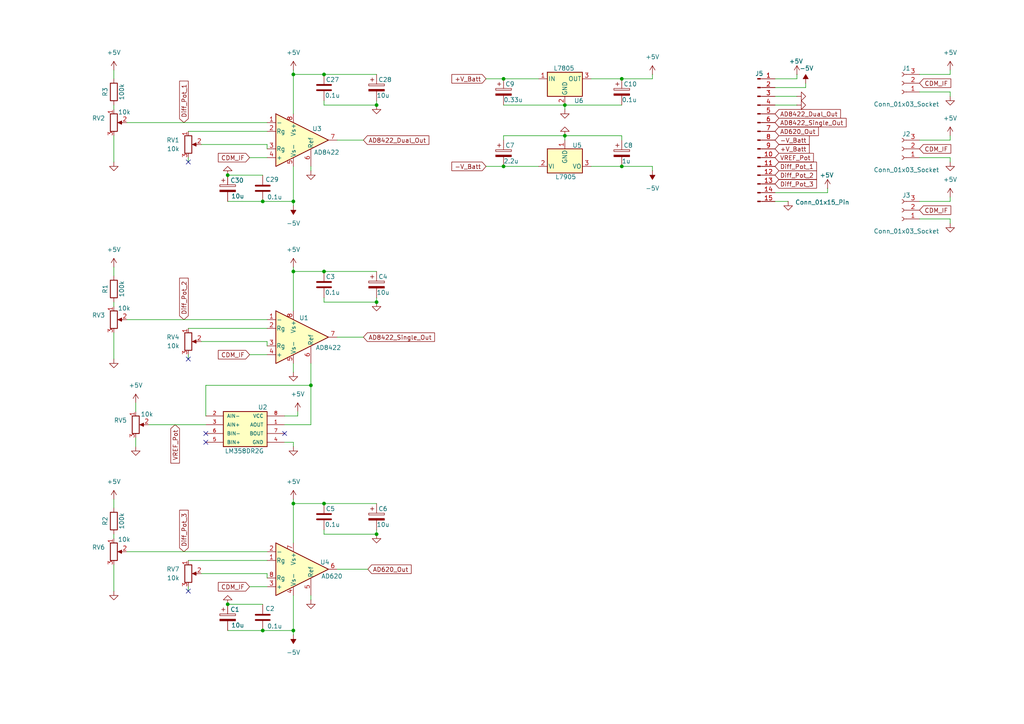
<source format=kicad_sch>
(kicad_sch (version 20231120) (generator "eeschema") (generator_version "8.0")
  (paper "A4")
  (title_block (title "Amplifier_Board") (rev "2") (company "Author: Mishay Naidoo"))
  (lib_symbols
    (symbol "Amplifier_Instrumentation:AD620" (pin_names (offset 0.127))
      (property "Reference" "U" (at 3.81 7.62 0))
      (property "Value" "AD620" (at 5.08 5.08 0))
      (symbol "AD620_0_1"
        (polyline (pts (xy -7.62 7.62) (xy -7.62 -7.62) (xy 7.62 0) (xy -7.62 7.62)) (stroke (width 0.254)) (fill (type background)))
      )
      (symbol "AD620_1_1"
        (pin passive line (at -10.16 2.54 0) (length 2.54) (name "Rg") (number "1"))
        (pin input line (at -10.16 5.08 0) (length 2.54) (name "-") (number "2"))
        (pin input line (at -10.16 -5.08 0) (length 2.54) (name "+") (number "3"))
        (pin power_in line (at -2.54 -7.62 90) (length 2.54) (name "Vs-") (number "4"))
        (pin passive line (at 2.54 -7.62 90) (length 5.08) (name "Ref") (number "5"))
        (pin output line (at 10.16 0 180) (length 2.54) (name "~") (number "6"))
        (pin power_in line (at -2.54 7.62 270) (length 2.54) (name "Vs+") (number "7"))
        (pin passive line (at -10.16 -2.54 0) (length 2.54) (name "Rg") (number "8"))
      )
    )
    (symbol "Amplifier_Instrumentation:AD8422" (pin_names (offset 0.127))
      (property "Reference" "U" (at 3.81 7.62 0))
      (property "Value" "AD8422" (at 3.81 5.08 0))
      (symbol "AD8422_0_1"
        (polyline (pts (xy -7.62 7.62) (xy -7.62 -7.62) (xy 7.62 0) (xy -7.62 7.62)) (stroke (width 0.254)) (fill (type background)))
      )
      (symbol "AD8422_1_1"
        (pin input line (at -10.16 5.08 0) (length 2.54) (name "-") (number "1"))
        (pin passive line (at -10.16 2.54 0) (length 2.54) (name "Rg") (number "2"))
        (pin passive line (at -10.16 -2.54 0) (length 2.54) (name "Rg") (number "3"))
        (pin input line (at -10.16 -5.08 0) (length 2.54) (name "+") (number "4"))
        (pin power_in line (at -2.54 -7.62 90) (length 2.54) (name "Vs-") (number "5"))
        (pin passive line (at 2.54 -7.62 90) (length 5.08) (name "Ref") (number "6"))
        (pin output line (at 10.16 0 180) (length 2.54) (name "~") (number "7"))
        (pin power_in line (at -2.54 7.62 270) (length 2.54) (name "Vs+") (number "8"))
      )
    )
    (symbol "Connector:Conn_01x03_Socket" (pin_names (offset 1.016) hide)
      (property "Reference" "J" (at 0 5.08 0))
      (property "Value" "Conn_01x03_Socket" (at 0 -5.08 0))
      (symbol "Conn_01x03_Socket_1_1"
        (arc (start 0 -2.032) (mid -0.5058 -2.54) (end 0 -3.048) (stroke (width 0.1524)))
        (polyline (pts (xy -1.27 -2.54) (xy -0.508 -2.54)) (stroke (width 0.1524)))
        (polyline (pts (xy -1.27 0) (xy -0.508 0)) (stroke (width 0.1524)))
        (polyline (pts (xy -1.27 2.54) (xy -0.508 2.54)) (stroke (width 0.1524)))
        (arc (start 0 0.508) (mid -0.5058 0) (end 0 -0.508) (stroke (width 0.1524)))
        (arc (start 0 3.048) (mid -0.5058 2.54) (end 0 2.032) (stroke (width 0.1524)))
        (pin passive line (at -5.08 2.54 0) (length 3.81) (name "Pin_1") (number "1"))
        (pin passive line (at -5.08 0 0) (length 3.81) (name "Pin_2") (number "2"))
        (pin passive line (at -5.08 -2.54 0) (length 3.81) (name "Pin_3") (number "3"))
      )
    )
    (symbol "Connector:Conn_01x15_Pin" (pin_names (offset 1.016) hide)
      (property "Reference" "J" (at 0 20.32 0))
      (property "Value" "Conn_01x15_Pin" (at 0 -20.32 0))
      (symbol "Conn_01x15_Pin_1_1"
        (polyline (pts (xy 1.27 -17.78) (xy 0.8636 -17.78)) (stroke (width 0.1524)))
        (polyline (pts (xy 1.27 -15.24) (xy 0.8636 -15.24)) (stroke (width 0.1524)))
        (polyline (pts (xy 1.27 -12.7) (xy 0.8636 -12.7)) (stroke (width 0.1524)))
        (polyline (pts (xy 1.27 -10.16) (xy 0.8636 -10.16)) (stroke (width 0.1524)))
        (polyline (pts (xy 1.27 -7.62) (xy 0.8636 -7.62)) (stroke (width 0.1524)))
        (polyline (pts (xy 1.27 -5.08) (xy 0.8636 -5.08)) (stroke (width 0.1524)))
        (polyline (pts (xy 1.27 -2.54) (xy 0.8636 -2.54)) (stroke (width 0.1524)))
        (polyline (pts (xy 1.27 0) (xy 0.8636 0)) (stroke (width 0.1524)))
        (polyline (pts (xy 1.27 2.54) (xy 0.8636 2.54)) (stroke (width 0.1524)))
        (polyline (pts (xy 1.27 5.08) (xy 0.8636 5.08)) (stroke (width 0.1524)))
        (polyline (pts (xy 1.27 7.62) (xy 0.8636 7.62)) (stroke (width 0.1524)))
        (polyline (pts (xy 1.27 10.16) (xy 0.8636 10.16)) (stroke (width 0.1524)))
        (polyline (pts (xy 1.27 12.7) (xy 0.8636 12.7)) (stroke (width 0.1524)))
        (polyline (pts (xy 1.27 15.24) (xy 0.8636 15.24)) (stroke (width 0.1524)))
        (polyline (pts (xy 1.27 17.78) (xy 0.8636 17.78)) (stroke (width 0.1524)))
        (rectangle (start 0.8636 -17.653) (end 0 -17.907) (stroke (width 0.1524)) (fill (type outline)))
        (rectangle (start 0.8636 -15.113) (end 0 -15.367) (stroke (width 0.1524)) (fill (type outline)))
        (rectangle (start 0.8636 -12.573) (end 0 -12.827) (stroke (width 0.1524)) (fill (type outline)))
        (rectangle (start 0.8636 -10.033) (end 0 -10.287) (stroke (width 0.1524)) (fill (type outline)))
        (rectangle (start 0.8636 -7.493) (end 0 -7.747) (stroke (width 0.1524)) (fill (type outline)))
        (rectangle (start 0.8636 -4.953) (end 0 -5.207) (stroke (width 0.1524)) (fill (type outline)))
        (rectangle (start 0.8636 -2.413) (end 0 -2.667) (stroke (width 0.1524)) (fill (type outline)))
        (rectangle (start 0.8636 0.127) (end 0 -0.127) (stroke (width 0.1524)) (fill (type outline)))
        (rectangle (start 0.8636 2.667) (end 0 2.413) (stroke (width 0.1524)) (fill (type outline)))
        (rectangle (start 0.8636 5.207) (end 0 4.953) (stroke (width 0.1524)) (fill (type outline)))
        (rectangle (start 0.8636 7.747) (end 0 7.493) (stroke (width 0.1524)) (fill (type outline)))
        (rectangle (start 0.8636 10.287) (end 0 10.033) (stroke (width 0.1524)) (fill (type outline)))
        (rectangle (start 0.8636 12.827) (end 0 12.573) (stroke (width 0.1524)) (fill (type outline)))
        (rectangle (start 0.8636 15.367) (end 0 15.113) (stroke (width 0.1524)) (fill (type outline)))
        (rectangle (start 0.8636 17.907) (end 0 17.653) (stroke (width 0.1524)) (fill (type outline)))
        (pin passive line (at 5.08 17.78 180) (length 3.81) (name "Pin_1") (number "1"))
        (pin passive line (at 5.08 -5.08 180) (length 3.81) (name "Pin_10") (number "10"))
        (pin passive line (at 5.08 -7.62 180) (length 3.81) (name "Pin_11") (number "11"))
        (pin passive line (at 5.08 -10.16 180) (length 3.81) (name "Pin_12") (number "12"))
        (pin passive line (at 5.08 -12.7 180) (length 3.81) (name "Pin_13") (number "13"))
        (pin passive line (at 5.08 -15.24 180) (length 3.81) (name "Pin_14") (number "14"))
        (pin passive line (at 5.08 -17.78 180) (length 3.81) (name "Pin_15") (number "15"))
        (pin passive line (at 5.08 15.24 180) (length 3.81) (name "Pin_2") (number "2"))
        (pin passive line (at 5.08 12.7 180) (length 3.81) (name "Pin_3") (number "3"))
        (pin passive line (at 5.08 10.16 180) (length 3.81) (name "Pin_4") (number "4"))
        (pin passive line (at 5.08 7.62 180) (length 3.81) (name "Pin_5") (number "5"))
        (pin passive line (at 5.08 5.08 180) (length 3.81) (name "Pin_6") (number "6"))
        (pin passive line (at 5.08 2.54 180) (length 3.81) (name "Pin_7") (number "7"))
        (pin passive line (at 5.08 0 180) (length 3.81) (name "Pin_8") (number "8"))
        (pin passive line (at 5.08 -2.54 180) (length 3.81) (name "Pin_9") (number "9"))
      )
    )
    (symbol "Device:C" (pin_numbers hide) (pin_names (offset 0.254))
      (property "Reference" "C" (at 0.635 2.54 0))
      (property "Value" "C" (at 0.635 -2.54 0))
      (symbol "C_0_1"
        (polyline (pts (xy -2.032 -0.762) (xy 2.032 -0.762)) (stroke (width 0.508)))
        (polyline (pts (xy -2.032 0.762) (xy 2.032 0.762)) (stroke (width 0.508)))
      )
      (symbol "C_1_1"
        (pin passive line (at 0 3.81 270) (length 2.794) (name "~") (number "1"))
        (pin passive line (at 0 -3.81 90) (length 2.794) (name "~") (number "2"))
      )
    )
    (symbol "Device:C_Polarized" (pin_numbers hide) (pin_names (offset 0.254))
      (property "Reference" "C" (at 0.635 2.54 0))
      (property "Value" "C_Polarized" (at 0.635 -2.54 0))
      (symbol "C_Polarized_0_1"
        (rectangle (start -2.286 0.508) (end 2.286 1.016))
        (polyline (pts (xy -1.778 2.286) (xy -0.762 2.286)))
        (polyline (pts (xy -1.27 2.794) (xy -1.27 1.778)))
        (rectangle (start 2.286 -0.508) (end -2.286 -1.016) (fill (type outline)))
      )
      (symbol "C_Polarized_1_1"
        (pin passive line (at 0 3.81 270) (length 2.794) (name "~") (number "1"))
        (pin passive line (at 0 -3.81 90) (length 2.794) (name "~") (number "2"))
      )
    )
    (symbol "Device:R" (pin_numbers hide) (pin_names (offset 0))
      (property "Reference" "R" (at 2.032 0 90))
      (property "Value" "R" (at 0 0 90))
      (symbol "R_0_1"
        (rectangle (start -1.016 -2.54) (end 1.016 2.54) (stroke (width 0.254)))
      )
      (symbol "R_1_1"
        (pin passive line (at 0 3.81 270) (length 1.27) (name "~") (number "1"))
        (pin passive line (at 0 -3.81 90) (length 1.27) (name "~") (number "2"))
      )
    )
    (symbol "Device:R_Potentiometer" (pin_names (offset 1.016) hide)
      (property "Reference" "RV" (at -4.445 0 90))
      (property "Value" "R_Potentiometer" (at -2.54 0 90))
      (symbol "R_Potentiometer_0_1"
        (polyline (pts (xy 2.54 0) (xy 1.524 0)))
        (polyline (pts (xy 1.143 0) (xy 2.286 0.508) (xy 2.286 -0.508) (xy 1.143 0)) (fill (type outline)))
        (rectangle (start 1.016 2.54) (end -1.016 -2.54) (stroke (width 0.254)))
      )
      (symbol "R_Potentiometer_1_1"
        (pin passive line (at 0 3.81 270) (length 1.27) (name "1") (number "1"))
        (pin passive line (at 3.81 0 180) (length 1.27) (name "2") (number "2"))
        (pin passive line (at 0 -3.81 90) (length 1.27) (name "3") (number "3"))
      )
    )
    (symbol "LM358DR2G:LM358DR2G" (pin_names (offset 1.016))
      (property "Reference" "U" (at -10.414 0.508 0))
      (property "Value" "LM358DR2G" (at -10.1775 -12.7219 0))
      (symbol "LM358DR2G_0_0"
        (pin output line (at 7.62 -3.81 180) (length 5.08) (name "AOUT") (number "1"))
        (pin input line (at -15.24 -1.27 0) (length 5.08) (name "AIN-") (number "2"))
        (pin input line (at -15.24 -3.81 0) (length 5.08) (name "AIN+") (number "3"))
        (pin passive line (at 7.62 -8.89 180) (length 5.08) (name "GND") (number "4"))
        (pin input line (at -15.24 -8.89 0) (length 5.08) (name "BIN+") (number "5"))
        (pin input line (at -15.24 -6.35 0) (length 5.08) (name "BIN-") (number "6"))
        (pin output line (at 7.62 -6.35 180) (length 5.08) (name "BOUT") (number "7"))
        (pin power_in line (at 7.62 -1.27 180) (length 5.08) (name "VCC") (number "8"))
      )
      (symbol "LM358DR2G_1_0"
        (rectangle (start -10.16 0) (end 2.54 -10.16) (stroke (width 0.254)) (fill (type background)))
      )
    )
    (symbol "Regulator_Linear:L7805" (pin_names (offset 0.254))
      (property "Reference" "U" (at -3.81 3.175 0))
      (property "Value" "L7805" (at 0 3.175 0))
      (symbol "L7805_0_1"
        (rectangle (start -5.08 1.905) (end 5.08 -5.08) (stroke (width 0.254)) (fill (type background)))
      )
      (symbol "L7805_1_1"
        (pin power_in line (at -7.62 0 0) (length 2.54) (name "IN") (number "1"))
        (pin power_in line (at 0 -7.62 90) (length 2.54) (name "GND") (number "2"))
        (pin power_out line (at 7.62 0 180) (length 2.54) (name "OUT") (number "3"))
      )
    )
    (symbol "Regulator_Linear:L7905" (pin_names (offset 0.254))
      (property "Reference" "U" (at -3.81 -3.175 0))
      (property "Value" "L7905" (at 0 -3.175 0))
      (symbol "L7905_0_1"
        (rectangle (start -5.08 5.08) (end 5.08 -1.905) (stroke (width 0.254)) (fill (type background)))
      )
      (symbol "L7905_1_1"
        (pin power_in line (at 0 7.62 270) (length 2.54) (name "GND") (number "1"))
        (pin power_in line (at -7.62 0 0) (length 2.54) (name "VI") (number "2"))
        (pin power_out line (at 7.62 0 180) (length 2.54) (name "VO") (number "3"))
      )
    )
    (symbol "power:+5V" (power) (pin_numbers hide) (pin_names (offset 0) hide)
      (property "Value" "+5V" (at 0 3.556 0))
      (symbol "+5V_0_1"
        (polyline (pts (xy -0.762 1.27) (xy 0 2.54)))
        (polyline (pts (xy 0 0) (xy 0 2.54)))
        (polyline (pts (xy 0 2.54) (xy 0.762 1.27)))
      )
      (symbol "+5V_1_1"
        (pin power_in line (at 0 0 90) (length 0) (name "~") (number "1"))
      )
    )
    (symbol "power:-5V" (power) (pin_numbers hide) (pin_names (offset 0) hide)
      (property "Value" "-5V" (at 0 3.556 0))
      (symbol "-5V_0_0"
        (pin power_in line (at 0 0 90) (length 0) (name "~") (number "1"))
      )
      (symbol "-5V_0_1"
        (polyline (pts (xy 0 0) (xy 0 1.27) (xy 0.762 1.27) (xy 0 2.54) (xy -0.762 1.27) (xy 0 1.27)) (fill (type outline)))
      )
    )
    (symbol "power:GND" (power) (pin_numbers hide) (pin_names (offset 0) hide)
      (property "Value" "GND" (at 0 -3.81 0))
      (symbol "GND_0_1"
        (polyline (pts (xy 0 0) (xy 0 -1.27) (xy 1.27 -1.27) (xy 0 -2.54) (xy -1.27 -1.27) (xy 0 -1.27)))
      )
      (symbol "GND_1_1"
        (pin power_in line (at 0 0 270) (length 0) (name "~") (number "1"))
      )
    )
  )
  (junction (at 163.83 39.37))
  (junction (at 66.04 175.26))
  (junction (at 93.98 146.05))
  (junction (at 163.83 30.48))
  (junction (at 146.05 22.86))
  (junction (at 109.22 154.94))
  (junction (at 93.98 78.74))
  (junction (at 85.09 182.88))
  (junction (at 85.09 58.42))
  (junction (at 76.2 182.88))
  (junction (at 93.98 21.59))
  (junction (at 85.09 78.74))
  (junction (at 66.04 50.8))
  (junction (at 85.09 21.59))
  (junction (at 180.34 22.86))
  (junction (at 85.09 146.05))
  (junction (at 109.22 30.48))
  (junction (at 180.34 48.26))
  (junction (at 90.17 111.76))
  (junction (at 109.22 87.63))
  (junction (at 146.05 48.26))
  (junction (at 76.2 58.42))
  (no_connect (at 54.61 104.14))
  (no_connect (at 59.69 128.27))
  (no_connect (at 54.61 46.99))
  (no_connect (at 59.69 125.73))
  (no_connect (at 82.55 125.73))
  (no_connect (at 54.61 171.45))
  (wire (pts (xy 97.79 97.79) (xy 105.41 97.79)))
  (wire (pts (xy 77.47 41.91) (xy 77.47 43.18)))
  (wire (pts (xy 76.2 58.42) (xy 85.09 58.42)))
  (wire (pts (xy 231.14 21.59) (xy 231.14 22.86)))
  (wire (pts (xy 275.59 45.72) (xy 266.7 45.72)))
  (wire (pts (xy 140.97 22.86) (xy 146.05 22.86)))
  (wire (pts (xy 266.7 58.42) (xy 275.59 58.42)))
  (wire (pts (xy 189.23 22.86) (xy 189.23 21.59)))
  (wire (pts (xy 85.09 182.88) (xy 85.09 184.15)))
  (wire (pts (xy 82.55 123.19) (xy 90.17 123.19)))
  (wire (pts (xy 54.61 38.1) (xy 77.47 38.1)))
  (wire (pts (xy 275.59 20.32) (xy 275.59 21.59)))
  (wire (pts (xy 85.09 105.41) (xy 85.09 107.95)))
  (wire (pts (xy 58.42 166.37) (xy 77.47 166.37)))
  (wire (pts (xy 146.05 30.48) (xy 163.83 30.48)))
  (wire (pts (xy 54.61 170.18) (xy 54.61 171.45)))
  (wire (pts (xy 77.47 166.37) (xy 77.47 167.64)))
  (wire (pts (xy 85.09 128.27) (xy 82.55 128.27)))
  (wire (pts (xy 171.45 22.86) (xy 180.34 22.86)))
  (wire (pts (xy 180.34 48.26) (xy 189.23 48.26)))
  (wire (pts (xy 275.59 57.15) (xy 275.59 58.42)))
  (wire (pts (xy 275.59 26.67) (xy 266.7 26.67)))
  (wire (pts (xy 43.18 123.19) (xy 59.69 123.19)))
  (wire (pts (xy 82.55 120.65) (xy 86.36 120.65)))
  (wire (pts (xy 76.2 182.88) (xy 85.09 182.88)))
  (wire (pts (xy 171.45 48.26) (xy 180.34 48.26)))
  (wire (pts (xy 90.17 123.19) (xy 90.17 111.76)))
  (wire (pts (xy 33.02 30.48) (xy 33.02 31.75)))
  (wire (pts (xy 275.59 27.94) (xy 275.59 26.67)))
  (wire (pts (xy 85.09 20.32) (xy 85.09 21.59)))
  (wire (pts (xy 36.83 92.71) (xy 77.47 92.71)))
  (wire (pts (xy 233.68 25.4) (xy 224.79 25.4)))
  (wire (pts (xy 36.83 35.56) (xy 77.47 35.56)))
  (wire (pts (xy 86.36 120.65) (xy 86.36 119.38)))
  (wire (pts (xy 146.05 48.26) (xy 156.21 48.26)))
  (wire (pts (xy 54.61 102.87) (xy 54.61 104.14)))
  (wire (pts (xy 66.04 175.26) (xy 76.2 175.26)))
  (wire (pts (xy 93.98 153.67) (xy 93.98 154.94)))
  (wire (pts (xy 33.02 77.47) (xy 33.02 80.01)))
  (wire (pts (xy 189.23 48.26) (xy 189.23 49.53)))
  (wire (pts (xy 33.02 163.83) (xy 33.02 171.45)))
  (wire (pts (xy 72.39 102.87) (xy 77.47 102.87)))
  (wire (pts (xy 66.04 50.8) (xy 76.2 50.8)))
  (wire (pts (xy 85.09 144.78) (xy 85.09 146.05)))
  (wire (pts (xy 93.98 30.48) (xy 109.22 30.48)))
  (wire (pts (xy 93.98 87.63) (xy 109.22 87.63)))
  (wire (pts (xy 97.79 40.64) (xy 105.41 40.64)))
  (wire (pts (xy 275.59 39.37) (xy 275.59 40.64)))
  (wire (pts (xy 224.79 22.86) (xy 231.14 22.86)))
  (wire (pts (xy 90.17 105.41) (xy 90.17 111.76)))
  (wire (pts (xy 85.09 21.59) (xy 85.09 33.02)))
  (wire (pts (xy 93.98 86.36) (xy 93.98 87.63)))
  (wire (pts (xy 77.47 99.06) (xy 77.47 100.33)))
  (wire (pts (xy 85.09 129.54) (xy 85.09 128.27)))
  (wire (pts (xy 233.68 24.13) (xy 233.68 25.4)))
  (wire (pts (xy 85.09 77.47) (xy 85.09 78.74)))
  (wire (pts (xy 33.02 87.63) (xy 33.02 88.9)))
  (wire (pts (xy 85.09 172.72) (xy 85.09 182.88)))
  (wire (pts (xy 240.03 54.61) (xy 240.03 55.88)))
  (wire (pts (xy 39.37 127) (xy 39.37 129.54)))
  (wire (pts (xy 146.05 39.37) (xy 163.83 39.37)))
  (wire (pts (xy 33.02 96.52) (xy 33.02 104.14)))
  (wire (pts (xy 59.69 111.76) (xy 90.17 111.76)))
  (wire (pts (xy 224.79 30.48) (xy 231.14 30.48)))
  (wire (pts (xy 93.98 154.94) (xy 109.22 154.94)))
  (wire (pts (xy 90.17 48.26) (xy 90.17 49.53)))
  (wire (pts (xy 39.37 116.84) (xy 39.37 119.38)))
  (wire (pts (xy 224.79 27.94) (xy 231.14 27.94)))
  (wire (pts (xy 59.69 120.65) (xy 59.69 111.76)))
  (wire (pts (xy 97.79 165.1) (xy 106.68 165.1)))
  (wire (pts (xy 275.59 64.77) (xy 275.59 63.5)))
  (wire (pts (xy 163.83 39.37) (xy 180.34 39.37)))
  (wire (pts (xy 163.83 39.37) (xy 163.83 40.64)))
  (wire (pts (xy 93.98 29.21) (xy 93.98 30.48)))
  (wire (pts (xy 85.09 58.42) (xy 85.09 59.69)))
  (wire (pts (xy 72.39 45.72) (xy 77.47 45.72)))
  (wire (pts (xy 109.22 154.94) (xy 109.22 153.67)))
  (wire (pts (xy 163.83 30.48) (xy 180.34 30.48)))
  (wire (pts (xy 224.79 58.42) (xy 228.6 58.42)))
  (wire (pts (xy 93.98 78.74) (xy 109.22 78.74)))
  (wire (pts (xy 54.61 95.25) (xy 77.47 95.25)))
  (wire (pts (xy 109.22 87.63) (xy 109.22 86.36)))
  (wire (pts (xy 54.61 162.56) (xy 77.47 162.56)))
  (wire (pts (xy 85.09 21.59) (xy 93.98 21.59)))
  (wire (pts (xy 266.7 21.59) (xy 275.59 21.59)))
  (wire (pts (xy 85.09 146.05) (xy 93.98 146.05)))
  (wire (pts (xy 33.02 20.32) (xy 33.02 22.86)))
  (wire (pts (xy 266.7 40.64) (xy 275.59 40.64)))
  (wire (pts (xy 180.34 22.86) (xy 189.23 22.86)))
  (wire (pts (xy 109.22 30.48) (xy 109.22 29.21)))
  (wire (pts (xy 163.83 30.48) (xy 163.83 31.75)))
  (wire (pts (xy 180.34 39.37) (xy 180.34 40.64)))
  (wire (pts (xy 146.05 40.64) (xy 146.05 39.37)))
  (wire (pts (xy 85.09 78.74) (xy 85.09 90.17)))
  (wire (pts (xy 90.17 172.72) (xy 90.17 173.99)))
  (wire (pts (xy 93.98 146.05) (xy 109.22 146.05)))
  (wire (pts (xy 66.04 182.88) (xy 76.2 182.88)))
  (wire (pts (xy 85.09 146.05) (xy 85.09 157.48)))
  (wire (pts (xy 58.42 41.91) (xy 77.47 41.91)))
  (wire (pts (xy 66.04 58.42) (xy 76.2 58.42)))
  (wire (pts (xy 85.09 48.26) (xy 85.09 58.42)))
  (wire (pts (xy 275.59 46.99) (xy 275.59 45.72)))
  (wire (pts (xy 240.03 55.88) (xy 224.79 55.88)))
  (wire (pts (xy 54.61 45.72) (xy 54.61 46.99)))
  (wire (pts (xy 93.98 21.59) (xy 109.22 21.59)))
  (wire (pts (xy 33.02 144.78) (xy 33.02 147.32)))
  (wire (pts (xy 85.09 78.74) (xy 93.98 78.74)))
  (wire (pts (xy 33.02 154.94) (xy 33.02 156.21)))
  (wire (pts (xy 140.97 48.26) (xy 146.05 48.26)))
  (wire (pts (xy 58.42 99.06) (xy 77.47 99.06)))
  (wire (pts (xy 36.83 160.02) (xy 77.47 160.02)))
  (wire (pts (xy 275.59 63.5) (xy 266.7 63.5)))
  (wire (pts (xy 146.05 22.86) (xy 156.21 22.86)))
  (wire (pts (xy 33.02 39.37) (xy 33.02 46.99)))
  (wire (pts (xy 72.39 170.18) (xy 77.47 170.18)))
  (global_label "Diff_Pot_2" (shape input) (at 224.79 50.8 0) (property "Intersheetrefs" "${INTERSHEET_REFS}" (effects (hide yes))))
  (global_label "AD8422_Dual_Out" (shape input) (at 224.79 33.02 0) (property "Intersheetrefs" "${INTERSHEET_REFS}" (effects (hide yes))))
  (global_label "AD8422_Single_Out" (shape input) (at 105.41 97.79 0) (property "Intersheetrefs" "${INTERSHEET_REFS}" (effects (hide yes))))
  (global_label "Diff_Pot_2" (shape input) (at 53.34 92.71 90) (property "Intersheetrefs" "${INTERSHEET_REFS}" (effects (hide yes))))
  (global_label "VREF_Pot" (shape input) (at 224.79 45.72 0) (property "Intersheetrefs" "${INTERSHEET_REFS}" (effects (hide yes))))
  (global_label "Diff_Pot_1" (shape input) (at 53.34 35.56 90) (property "Intersheetrefs" "${INTERSHEET_REFS}" (effects (hide yes))))
  (global_label "+V_Batt" (shape input) (at 224.79 43.18 0) (property "Intersheetrefs" "${INTERSHEET_REFS}" (effects (hide yes))))
  (global_label "AD8422_Dual_Out" (shape input) (at 105.41 40.64 0) (property "Intersheetrefs" "${INTERSHEET_REFS}" (effects (hide yes))))
  (global_label "CDM_IF" (shape input) (at 72.39 45.72 180) (property "Intersheetrefs" "${INTERSHEET_REFS}" (effects (hide yes))))
  (global_label "AD8422_Single_Out" (shape input) (at 224.79 35.56 0) (property "Intersheetrefs" "${INTERSHEET_REFS}" (effects (hide yes))))
  (global_label "VREF_Pot" (shape input) (at 50.8 123.19 270) (property "Intersheetrefs" "${INTERSHEET_REFS}" (effects (hide yes))))
  (global_label "CDM_IF" (shape input) (at 72.39 102.87 180) (property "Intersheetrefs" "${INTERSHEET_REFS}" (effects (hide yes))))
  (global_label "CDM_IF" (shape input) (at 72.39 170.18 180) (property "Intersheetrefs" "${INTERSHEET_REFS}" (effects (hide yes))))
  (global_label "+V_Batt" (shape input) (at 140.97 22.86 180) (property "Intersheetrefs" "${INTERSHEET_REFS}" (effects (hide yes))))
  (global_label "CDM_IF" (shape input) (at 266.7 24.13 0) (property "Intersheetrefs" "${INTERSHEET_REFS}" (effects (hide yes))))
  (global_label "Diff_Pot_3" (shape input) (at 53.34 160.02 90) (property "Intersheetrefs" "${INTERSHEET_REFS}" (effects (hide yes))))
  (global_label "Diff_Pot_3" (shape input) (at 224.79 53.34 0) (property "Intersheetrefs" "${INTERSHEET_REFS}" (effects (hide yes))))
  (global_label "-V_Batt" (shape input) (at 140.97 48.26 180) (property "Intersheetrefs" "${INTERSHEET_REFS}" (effects (hide yes))))
  (global_label "CDM_IF" (shape input) (at 266.7 43.18 0) (property "Intersheetrefs" "${INTERSHEET_REFS}" (effects (hide yes))))
  (global_label "Diff_Pot_1" (shape input) (at 224.79 48.26 0) (property "Intersheetrefs" "${INTERSHEET_REFS}" (effects (hide yes))))
  (global_label "AD620_Out" (shape input) (at 224.79 38.1 0) (property "Intersheetrefs" "${INTERSHEET_REFS}" (effects (hide yes))))
  (global_label "-V_Batt" (shape input) (at 224.79 40.64 0) (property "Intersheetrefs" "${INTERSHEET_REFS}" (effects (hide yes))))
  (global_label "CDM_IF" (shape input) (at 266.7 60.96 0) (property "Intersheetrefs" "${INTERSHEET_REFS}" (effects (hide yes))))
  (global_label "AD620_Out" (shape input) (at 106.68 165.1 0) (property "Intersheetrefs" "${INTERSHEET_REFS}" (effects (hide yes))))
  (symbol (lib_id "Device:C") (at 76.2 179.07 0) (unit 1)
    (property "Reference" "C2" (at 76.962 176.53 0) (effects (justify left)))
    (property "Value" "0.1u" (at 77.47 181.61 0) (effects (justify left)))
    (property "Description" "Unpolarized capacitor" (effects (hide yes)))
  )
  (symbol (lib_id "Device:C") (at 93.98 25.4 0) (unit 1)
    (property "Reference" "C27" (at 94.488 23.114 0) (effects (justify left)))
    (property "Value" "0.1u" (at 94.234 27.686 0) (effects (justify left)))
    (property "Description" "Unpolarized capacitor" (effects (hide yes)))
  )
  (symbol (lib_id "power:+5V") (at 275.59 39.37 0) (unit 1)
    (property "Reference" "#PWR030" (effects (hide yes)))
    (property "Value" "+5V" (at 275.59 34.29 0))
    (property "Description" "Power symbol creates a global label with name \"+5V\"" (effects (hide yes)))
  )
  (symbol (lib_id "power:GND") (at 85.09 129.54 0) (unit 1)
    (property "Reference" "#PWR09" (effects (hide yes)))
    (property "Value" "GND" (effects (hide yes)))
    (property "Description" "Power symbol creates a global label with name \"GND\" , ground" (effects (hide yes)))
  )
  (symbol (lib_id "Amplifier_Instrumentation:AD8422") (at 87.63 97.79 0) (unit 1)
    (property "Reference" "U1" (at 88.138 92.202 0))
    (property "Value" "AD8422" (at 95.25 100.838 0))
    (property "Footprint" "Package_SO:SOIC-8-1EP_3.9x4.9mm_P1.27mm_EP2.29x3mm" (effects (hide yes)))
    (property "Datasheet" "https://www.analog.com/media/en/technical-documentation/data-sheets/AD8422.pdf" (effects (hide yes)))
    (property "Description" "Single High Performance, Low Power, Rail-to-Rail Precision Instrumentation Amplifier, SOIC-8/MSOP-8" (effects (hide yes)))
    (property "LCSC_Number" "C49482" (effects (hide yes)))
  )
  (symbol (lib_id "power:GND") (at 90.17 173.99 0) (unit 1)
    (property "Reference" "#PWR025" (effects (hide yes)))
    (property "Value" "GND" (effects (hide yes)))
    (property "Description" "Power symbol creates a global label with name \"GND\" , ground" (effects (hide yes)))
  )
  (symbol (lib_id "Connector:Conn_01x03_Socket") (at 261.62 43.18 180) (unit 1)
    (property "Reference" "J2" (at 262.89 38.862 0))
    (property "Value" "Conn_01x03_Socket" (at 262.89 49.276 0))
    (property "Description" "Generic connector, single row, 01x03, script generated" (effects (hide yes)))
  )
  (symbol (lib_id "Connector:Conn_01x03_Socket") (at 261.62 24.13 180) (unit 1)
    (property "Reference" "J1" (at 262.89 19.812 0))
    (property "Value" "Conn_01x03_Socket" (at 262.89 30.226 0))
    (property "Description" "Generic connector, single row, 01x03, script generated" (effects (hide yes)))
  )
  (symbol (lib_id "power:GND") (at 66.04 175.26 180) (unit 1)
    (property "Reference" "#PWR014" (effects (hide yes)))
    (property "Value" "GND" (effects (hide yes)))
    (property "Description" "Power symbol creates a global label with name \"GND\" , ground" (effects (hide yes)))
  )
  (symbol (lib_id "Device:C_Polarized") (at 146.05 44.45 0) (unit 1)
    (property "Reference" "C7" (at 146.558 42.164 0) (effects (justify left)))
    (property "Value" "2.2u" (at 146.05 46.736 0) (effects (justify left)))
    (property "Description" "Polarized capacitor" (effects (hide yes)))
  )
  (symbol (lib_id "Device:R_Potentiometer") (at 33.02 92.71 0) (unit 1)
    (property "Reference" "RV3" (at 30.48 91.4399 0) (effects (justify right)))
    (property "Value" "10k" (at 37.846 89.408 0) (effects (justify right)))
    (property "Description" "Potentiometer" (effects (hide yes)))
  )
  (symbol (lib_id "power:GND") (at 33.02 104.14 0) (unit 1)
    (property "Reference" "#PWR02" (effects (hide yes)))
    (property "Value" "GND" (effects (hide yes)))
    (property "Description" "Power symbol creates a global label with name \"GND\" , ground" (effects (hide yes)))
  )
  (symbol (lib_id "Device:C") (at 76.2 54.61 0) (unit 1)
    (property "Reference" "C29" (at 76.962 52.07 0) (effects (justify left)))
    (property "Value" "0.1u" (at 77.47 57.15 0) (effects (justify left)))
    (property "Description" "Unpolarized capacitor" (effects (hide yes)))
  )
  (symbol (lib_id "Regulator_Linear:L7905") (at 163.83 48.26 0) (unit 1)
    (property "Reference" "U5" (at 167.386 42.164 0))
    (property "Value" "L7905" (at 164.084 51.308 0))
    (property "Footprint" "Package_TO_SOT_THT:TO-220-3_Vertical" (effects (hide yes)))
    (property "Datasheet" "http://www.st.com/content/ccc/resource/technical/document/datasheet/c9/16/86/41/c7/2b/45/f2/CD00000450.pdf/files/CD00000450.pdf/jcr:content/translations/en.CD00000450.pdf" (effects (hide yes)))
    (property "Description" "Negative 1.5A 35V Linear Regulator, Fixed Output -5V, TO-220/TO-263" (effects (hide yes)))
    (property "LCSC_Number" "C111884" (effects (hide yes)))
  )
  (symbol (lib_id "power:+5V") (at 275.59 20.32 0) (unit 1)
    (property "Reference" "#PWR015" (effects (hide yes)))
    (property "Value" "+5V" (at 275.59 15.24 0))
    (property "Description" "Power symbol creates a global label with name \"+5V\"" (effects (hide yes)))
  )
  (symbol (lib_id "power:GND") (at 33.02 171.45 0) (unit 1)
    (property "Reference" "#PWR012" (effects (hide yes)))
    (property "Value" "GND" (effects (hide yes)))
    (property "Description" "Power symbol creates a global label with name \"GND\" , ground" (effects (hide yes)))
  )
  (symbol (lib_id "power:GND") (at 231.14 30.48 90) (unit 1)
    (property "Reference" "#PWR037" (effects (hide yes)))
    (property "Value" "GND" (effects (hide yes)))
    (property "Description" "Power symbol creates a global label with name \"GND\" , ground" (effects (hide yes)))
  )
  (symbol (lib_id "power:+5V") (at 33.02 144.78 0) (unit 1)
    (property "Reference" "#PWR011" (effects (hide yes)))
    (property "Value" "+5V" (at 33.02 139.7 0))
    (property "Description" "Power symbol creates a global label with name \"+5V\"" (effects (hide yes)))
  )
  (symbol (lib_id "power:+5V") (at 189.23 21.59 0) (unit 1)
    (property "Reference" "#PWR013" (effects (hide yes)))
    (property "Value" "+5V" (at 189.23 16.51 0))
    (property "Description" "Power symbol creates a global label with name \"+5V\"" (effects (hide yes)))
  )
  (symbol (lib_id "Device:R_Potentiometer") (at 33.02 35.56 0) (unit 1)
    (property "Reference" "RV2" (at 30.48 34.2899 0) (effects (justify right)))
    (property "Value" "10k " (at 38.862 32.512 0) (effects (justify right)))
    (property "Description" "Potentiometer" (effects (hide yes)))
  )
  (symbol (lib_id "Device:C_Polarized") (at 66.04 179.07 0) (unit 1)
    (property "Reference" "C1" (at 66.802 176.784 0) (effects (justify left)))
    (property "Value" "10u" (at 67.056 181.356 0) (effects (justify left)))
    (property "Description" "Polarized capacitor" (effects (hide yes)))
  )
  (symbol (lib_id "Amplifier_Instrumentation:AD8422") (at 87.63 40.64 0) (unit 1)
    (property "Reference" "U3" (at 91.948 37.338 0))
    (property "Value" "AD8422" (at 94.742 44.196 0))
    (property "Footprint" "Package_SO:SOIC-8-1EP_3.9x4.9mm_P1.27mm_EP2.29x3mm" (effects (hide yes)))
    (property "Datasheet" "https://www.analog.com/media/en/technical-documentation/data-sheets/AD8422.pdf" (effects (hide yes)))
    (property "Description" "Single High Performance, Low Power, Rail-to-Rail Precision Instrumentation Amplifier, SOIC-8/MSOP-8" (effects (hide yes)))
    (property "LCSC_Number" "C49482" (effects (hide yes)))
  )
  (symbol (lib_id "power:+5V") (at 85.09 77.47 0) (unit 1)
    (property "Reference" "#PWR05" (effects (hide yes)))
    (property "Value" "+5V" (at 85.09 72.39 0))
    (property "Description" "Power symbol creates a global label with name \"+5V\"" (effects (hide yes)))
  )
  (symbol (lib_id "Device:R_Potentiometer") (at 54.61 41.91 0) (unit 1)
    (property "Reference" "RV1" (at 52.07 40.6399 0) (effects (justify right)))
    (property "Value" "10k" (at 52.07 43.1799 0) (effects (justify right)))
    (property "Description" "Potentiometer" (effects (hide yes)))
  )
  (symbol (lib_id "power:GND") (at 33.02 46.99 0) (unit 1)
    (property "Reference" "#PWR016" (effects (hide yes)))
    (property "Value" "GND" (effects (hide yes)))
    (property "Description" "Power symbol creates a global label with name \"GND\" , ground" (effects (hide yes)))
  )
  (symbol (lib_id "Amplifier_Instrumentation:AD620") (at 87.63 165.1 0) (unit 1)
    (property "Reference" "U4" (at 94.234 163.068 0))
    (property "Value" "AD620" (at 96.266 167.132 0))
    (property "Footprint" "Package_SO:SOIC-8-1EP_3.9x4.9mm_P1.27mm_EP2.29x3mm" (effects (hide yes)))
    (property "Datasheet" "https://www.analog.com/media/en/technical-documentation/data-sheets/AD620.pdf" (effects (hide yes)))
    (property "Description" "Low Cost, Low Power, Instrumentation Amplifier, DIP-8/SOIC-8" (effects (hide yes)))
    (property "LCSC_Number" "C253558" (effects (hide yes)))
  )
  (symbol (lib_id "Regulator_Linear:L7805") (at 163.83 22.86 0) (unit 1)
    (property "Reference" "U6" (at 167.894 29.21 0))
    (property "Value" "L7805" (at 163.576 19.812 0))
    (property "Footprint" "Package_TO_SOT_SMD:TO-252-2" (effects (hide yes)))
    (property "Datasheet" "http://www.st.com/content/ccc/resource/technical/document/datasheet/41/4f/b3/b0/12/d4/47/88/CD00000444.pdf/files/CD00000444.pdf/jcr:content/translations/en.CD00000444.pdf" (effects (hide yes)))
    (property "Description" "Positive 1.5A 35V Linear Regulator, Fixed Output 5V, TO-220/TO-263/TO-252" (effects (hide yes)))
    (property "LCSC_Number" "C58069" (effects (hide yes)))
  )
  (symbol (lib_id "power:+5V") (at 240.03 54.61 0) (unit 1)
    (property "Reference" "#PWR039" (effects (hide yes)))
    (property "Value" "+5V" (at 239.776 50.8 0))
    (property "Description" "Power symbol creates a global label with name \"+5V\"" (effects (hide yes)))
  )
  (symbol (lib_id "power:+5V") (at 33.02 77.47 0) (unit 1)
    (property "Reference" "#PWR01" (effects (hide yes)))
    (property "Value" "+5V" (at 33.02 72.39 0))
    (property "Description" "Power symbol creates a global label with name \"+5V\"" (effects (hide yes)))
  )
  (symbol (lib_id "power:+5V") (at 85.09 20.32 0) (unit 1)
    (property "Reference" "#PWR018" (effects (hide yes)))
    (property "Value" "+5V" (at 85.09 15.24 0))
    (property "Description" "Power symbol creates a global label with name \"+5V\"" (effects (hide yes)))
  )
  (symbol (lib_id "power:-5V") (at 85.09 184.15 180) (unit 1)
    (property "Reference" "#PWR024" (effects (hide yes)))
    (property "Value" "-5V" (at 85.09 189.23 0))
    (property "Description" "Power symbol creates a global label with name \"-5V\"" (effects (hide yes)))
  )
  (symbol (lib_id "Device:C") (at 93.98 82.55 0) (unit 1)
    (property "Reference" "C3" (at 94.488 80.264 0) (effects (justify left)))
    (property "Value" "0.1u" (at 94.234 84.836 0) (effects (justify left)))
    (property "Description" "Unpolarized capacitor" (effects (hide yes)))
  )
  (symbol (lib_id "power:+5V") (at 85.09 144.78 0) (unit 1)
    (property "Reference" "#PWR023" (effects (hide yes)))
    (property "Value" "+5V" (at 85.09 139.7 0))
    (property "Description" "Power symbol creates a global label with name \"+5V\"" (effects (hide yes)))
  )
  (symbol (lib_id "power:GND") (at 39.37 129.54 0) (unit 1)
    (property "Reference" "#PWR06" (effects (hide yes)))
    (property "Value" "GND" (effects (hide yes)))
    (property "Description" "Power symbol creates a global label with name \"GND\" , ground" (effects (hide yes)))
  )
  (symbol (lib_id "power:GND") (at 66.04 50.8 180) (unit 1)
    (property "Reference" "#PWR021" (effects (hide yes)))
    (property "Value" "GND" (effects (hide yes)))
    (property "Description" "Power symbol creates a global label with name \"GND\" , ground" (effects (hide yes)))
  )
  (symbol (lib_id "power:GND") (at 275.59 64.77 0) (unit 1)
    (property "Reference" "#PWR033" (effects (hide yes)))
    (property "Value" "GND" (effects (hide yes)))
    (property "Description" "Power symbol creates a global label with name \"GND\" , ground" (effects (hide yes)))
  )
  (symbol (lib_id "Device:C_Polarized") (at 109.22 149.86 0) (unit 1)
    (property "Reference" "C6" (at 109.728 147.574 0) (effects (justify left)))
    (property "Value" "10u" (at 109.22 152.146 0) (effects (justify left)))
    (property "Description" "Polarized capacitor" (effects (hide yes)))
  )
  (symbol (lib_id "power:GND") (at 109.22 30.48 0) (unit 1)
    (property "Reference" "#PWR019" (effects (hide yes)))
    (property "Value" "GND" (effects (hide yes)))
    (property "Description" "Power symbol creates a global label with name \"GND\" , ground" (effects (hide yes)))
  )
  (symbol (lib_id "power:+5V") (at 86.36 119.38 0) (unit 1)
    (property "Reference" "#PWR04" (effects (hide yes)))
    (property "Value" "+5V" (at 86.36 114.3 0))
    (property "Description" "Power symbol creates a global label with name \"+5V\"" (effects (hide yes)))
  )
  (symbol (lib_id "Device:R_Potentiometer") (at 33.02 160.02 0) (unit 1)
    (property "Reference" "RV6" (at 30.48 158.7499 0) (effects (justify right)))
    (property "Value" "10k" (at 37.846 156.464 0) (effects (justify right)))
    (property "Description" "Potentiometer" (effects (hide yes)))
  )
  (symbol (lib_id "power:+5V") (at 39.37 116.84 0) (unit 1)
    (property "Reference" "#PWR010" (effects (hide yes)))
    (property "Value" "+5V" (at 39.37 111.76 0))
    (property "Description" "Power symbol creates a global label with name \"+5V\"" (effects (hide yes)))
  )
  (symbol (lib_id "power:GND") (at 85.09 107.95 0) (unit 1)
    (property "Reference" "#PWR07" (effects (hide yes)))
    (property "Value" "GND" (effects (hide yes)))
    (property "Description" "Power symbol creates a global label with name \"GND\" , ground" (effects (hide yes)))
  )
  (symbol (lib_id "Device:C_Polarized") (at 109.22 25.4 0) (unit 1)
    (property "Reference" "C28" (at 109.728 23.114 0) (effects (justify left)))
    (property "Value" "10u" (at 109.22 27.686 0) (effects (justify left)))
    (property "Description" "Polarized capacitor" (effects (hide yes)))
  )
  (symbol (lib_id "Device:R_Potentiometer") (at 39.37 123.19 0) (unit 1)
    (property "Reference" "RV5" (at 36.83 121.9199 0) (effects (justify right)))
    (property "Value" "10k" (at 44.45 120.142 0) (effects (justify right)))
    (property "Description" "Potentiometer" (effects (hide yes)))
  )
  (symbol (lib_id "power:-5V") (at 233.68 24.13 0) (unit 1)
    (property "Reference" "#PWR034" (effects (hide yes)))
    (property "Value" "-5V" (at 233.934 19.812 0))
    (property "Description" "Power symbol creates a global label with name \"-5V\"" (effects (hide yes)))
  )
  (symbol (lib_id "power:+5V") (at 33.02 20.32 0) (unit 1)
    (property "Reference" "#PWR017" (effects (hide yes)))
    (property "Value" "+5V" (at 33.02 15.24 0))
    (property "Description" "Power symbol creates a global label with name \"+5V\"" (effects (hide yes)))
  )
  (symbol (lib_id "LM358DR2G:LM358DR2G") (at 74.93 119.38 0) (unit 1)
    (property "Reference" "U2" (at 76.2 118.11 0))
    (property "Value" "LM358DR2G" (at 70.866 130.81 0))
    (property "Footprint" "Package_SO:SOIC-8-1EP_3.9x4.9mm_P1.27mm_EP2.29x3mm" (effects (hide yes)))
    (property "LCSC_Number" "C7950" (effects (hide yes)))
  )
  (symbol (lib_id "Device:C") (at 93.98 149.86 0) (unit 1)
    (property "Reference" "C5" (at 94.488 147.574 0) (effects (justify left)))
    (property "Value" "0.1u" (at 94.234 152.146 0) (effects (justify left)))
    (property "Description" "Unpolarized capacitor" (effects (hide yes)))
  )
  (symbol (lib_id "Device:R") (at 33.02 83.82 180) (unit 1)
    (property "Reference" "R1" (at 30.48 83.82 90))
    (property "Value" "100k" (at 35.306 83.82 90))
    (property "Description" "Resistor" (effects (hide yes)))
  )
  (symbol (lib_id "Connector:Conn_01x03_Socket") (at 261.62 60.96 180) (unit 1)
    (property "Reference" "J3" (at 262.89 56.642 0))
    (property "Value" "Conn_01x03_Socket" (at 262.89 67.056 0))
    (property "Description" "Generic connector, single row, 01x03, script generated" (effects (hide yes)))
  )
  (symbol (lib_id "power:GND") (at 109.22 87.63 0) (unit 1)
    (property "Reference" "#PWR08" (effects (hide yes)))
    (property "Value" "GND" (effects (hide yes)))
    (property "Description" "Power symbol creates a global label with name \"GND\" , ground" (effects (hide yes)))
  )
  (symbol (lib_id "Device:R") (at 33.02 151.13 180) (unit 1)
    (property "Reference" "R2" (at 30.48 151.13 90))
    (property "Value" "100k" (at 35.306 151.13 90))
    (property "Description" "Resistor" (effects (hide yes)))
  )
  (symbol (lib_id "Device:C_Polarized") (at 180.34 26.67 0) (unit 1)
    (property "Reference" "C10" (at 180.848 24.384 0) (effects (justify left)))
    (property "Value" "0.1u" (at 180.34 28.956 0) (effects (justify left)))
    (property "Description" "Polarized capacitor" (effects (hide yes)))
  )
  (symbol (lib_id "power:-5V") (at 189.23 49.53 180) (unit 1)
    (property "Reference" "#PWR028" (effects (hide yes)))
    (property "Value" "-5V" (at 189.23 54.61 0))
    (property "Description" "Power symbol creates a global label with name \"-5V\"" (effects (hide yes)))
  )
  (symbol (lib_id "Device:R_Potentiometer") (at 54.61 166.37 0) (unit 1)
    (property "Reference" "RV7" (at 52.07 165.0999 0) (effects (justify right)))
    (property "Value" "10k" (at 52.07 167.6399 0) (effects (justify right)))
    (property "Description" "Potentiometer" (effects (hide yes)))
  )
  (symbol (lib_id "Device:R") (at 33.02 26.67 180) (unit 1)
    (property "Reference" "R3" (at 30.48 26.67 90))
    (property "Value" "100k" (at 35.306 26.67 90))
    (property "Description" "Resistor" (effects (hide yes)))
  )
  (symbol (lib_id "power:+5V") (at 275.59 57.15 0) (unit 1)
    (property "Reference" "#PWR032" (effects (hide yes)))
    (property "Value" "+5V" (at 275.59 52.07 0))
    (property "Description" "Power symbol creates a global label with name \"+5V\"" (effects (hide yes)))
  )
  (symbol (lib_id "power:GND") (at 228.6 58.42 0) (unit 1)
    (property "Reference" "#PWR038" (effects (hide yes)))
    (property "Value" "GND" (effects (hide yes)))
    (property "Description" "Power symbol creates a global label with name \"GND\" , ground" (effects (hide yes)))
  )
  (symbol (lib_id "power:GND") (at 163.83 31.75 0) (unit 1)
    (property "Reference" "#PWR03" (effects (hide yes)))
    (property "Value" "GND" (effects (hide yes)))
    (property "Description" "Power symbol creates a global label with name \"GND\" , ground" (effects (hide yes)))
  )
  (symbol (lib_id "power:GND") (at 275.59 46.99 0) (unit 1)
    (property "Reference" "#PWR031" (effects (hide yes)))
    (property "Value" "GND" (effects (hide yes)))
    (property "Description" "Power symbol creates a global label with name \"GND\" , ground" (effects (hide yes)))
  )
  (symbol (lib_id "power:GND") (at 163.83 39.37 180) (unit 1)
    (property "Reference" "#PWR027" (effects (hide yes)))
    (property "Value" "GND" (effects (hide yes)))
    (property "Description" "Power symbol creates a global label with name \"GND\" , ground" (effects (hide yes)))
  )
  (symbol (lib_id "Device:R_Potentiometer") (at 54.61 99.06 0) (unit 1)
    (property "Reference" "RV4" (at 52.07 97.7899 0) (effects (justify right)))
    (property "Value" "10k" (at 52.07 100.3299 0) (effects (justify right)))
    (property "Description" "Potentiometer" (effects (hide yes)))
  )
  (symbol (lib_id "Device:C_Polarized") (at 109.22 82.55 0) (unit 1)
    (property "Reference" "C4" (at 109.728 80.264 0) (effects (justify left)))
    (property "Value" "10u" (at 109.22 84.836 0) (effects (justify left)))
    (property "Description" "Polarized capacitor" (effects (hide yes)))
  )
  (symbol (lib_id "power:GND") (at 275.59 27.94 0) (unit 1)
    (property "Reference" "#PWR029" (effects (hide yes)))
    (property "Value" "GND" (effects (hide yes)))
    (property "Description" "Power symbol creates a global label with name \"GND\" , ground" (effects (hide yes)))
  )
  (symbol (lib_id "Connector:Conn_01x15_Pin") (at 219.71 40.64 0) (unit 1)
    (property "Reference" "J5" (at 220.218 21.336 0))
    (property "Value" "Conn_01x15_Pin" (at 238.506 58.674 0))
    (property "Description" "Generic connector, single row, 01x15, script generated" (effects (hide yes)))
  )
  (symbol (lib_id "power:+5V") (at 231.14 21.59 0) (unit 1)
    (property "Reference" "#PWR035" (effects (hide yes)))
    (property "Value" "+5V" (at 230.886 17.78 0))
    (property "Description" "Power symbol creates a global label with name \"+5V\"" (effects (hide yes)))
  )
  (symbol (lib_id "power:GND") (at 231.14 27.94 90) (unit 1)
    (property "Reference" "#PWR036" (effects (hide yes)))
    (property "Value" "GND" (effects (hide yes)))
    (property "Description" "Power symbol creates a global label with name \"GND\" , ground" (effects (hide yes)))
  )
  (symbol (lib_id "Device:C_Polarized") (at 146.05 26.67 0) (unit 1)
    (property "Reference" "C9" (at 146.558 24.384 0) (effects (justify left)))
    (property "Value" "0.33u" (at 146.05 28.956 0) (effects (justify left)))
    (property "Description" "Polarized capacitor" (effects (hide yes)))
  )
  (symbol (lib_id "Device:C_Polarized") (at 180.34 44.45 0) (unit 1)
    (property "Reference" "C8" (at 180.848 42.164 0) (effects (justify left)))
    (property "Value" "1u" (at 180.34 46.736 0) (effects (justify left)))
    (property "Description" "Polarized capacitor" (effects (hide yes)))
  )
  (symbol (lib_id "power:GND") (at 109.22 154.94 0) (unit 1)
    (property "Reference" "#PWR026" (effects (hide yes)))
    (property "Value" "GND" (effects (hide yes)))
    (property "Description" "Power symbol creates a global label with name \"GND\" , ground" (effects (hide yes)))
  )
  (symbol (lib_id "power:GND") (at 90.17 49.53 0) (unit 1)
    (property "Reference" "#PWR022" (effects (hide yes)))
    (property "Value" "GND" (effects (hide yes)))
    (property "Description" "Power symbol creates a global label with name \"GND\" , ground" (effects (hide yes)))
  )
  (symbol (lib_id "power:-5V") (at 85.09 59.69 180) (unit 1)
    (property "Reference" "#PWR020" (effects (hide yes)))
    (property "Value" "-5V" (at 85.09 64.77 0))
    (property "Description" "Power symbol creates a global label with name \"-5V\"" (effects (hide yes)))
  )
  (symbol (lib_id "Device:C_Polarized") (at 66.04 54.61 0) (unit 1)
    (property "Reference" "C30" (at 66.802 52.324 0) (effects (justify left)))
    (property "Value" "10u" (at 67.056 56.896 0) (effects (justify left)))
    (property "Description" "Polarized capacitor" (effects (hide yes)))
  )
)
</source>
